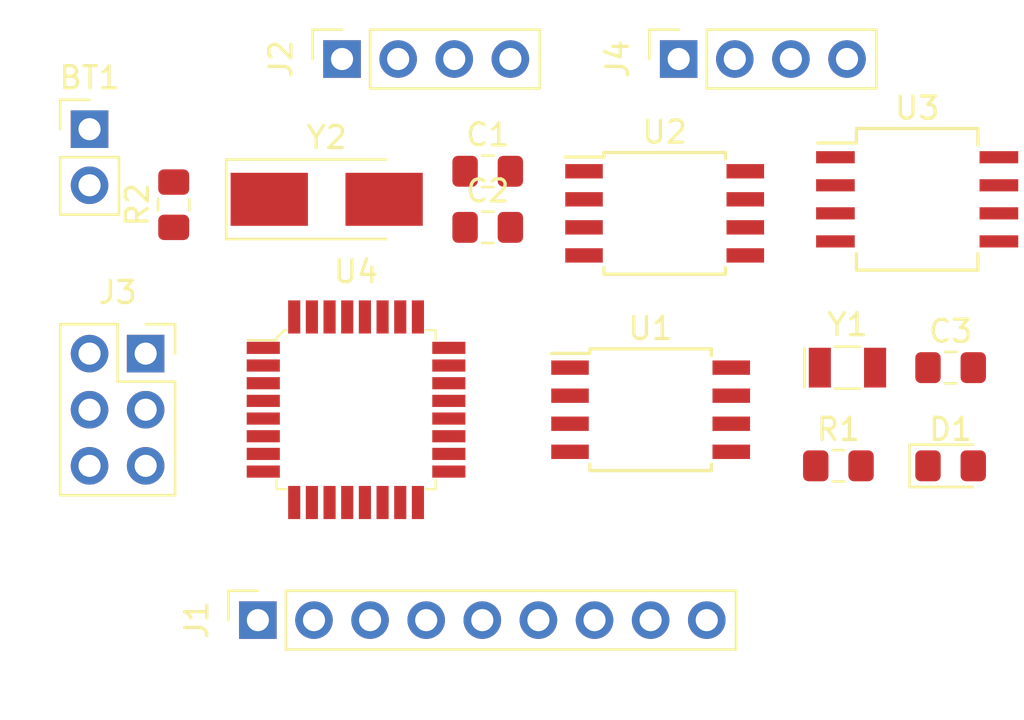
<source format=kicad_pcb>
(kicad_pcb (version 20171130) (host pcbnew "(5.1.5)-3")

  (general
    (thickness 1.6)
    (drawings 0)
    (tracks 0)
    (zones 0)
    (modules 17)
    (nets 32)
  )

  (page USLetter)
  (title_block
    (title "Arduino Clone")
    (date 2020-04-06)
    (rev v1)
    (company Falkon)
    (comment 1 "Adam Falkowski")
  )

  (layers
    (0 F.Cu signal)
    (31 B.Cu signal)
    (32 B.Adhes user)
    (33 F.Adhes user)
    (34 B.Paste user)
    (35 F.Paste user)
    (36 B.SilkS user)
    (37 F.SilkS user)
    (38 B.Mask user)
    (39 F.Mask user)
    (40 Dwgs.User user)
    (41 Cmts.User user)
    (42 Eco1.User user)
    (43 Eco2.User user)
    (44 Edge.Cuts user)
    (45 Margin user)
    (46 B.CrtYd user)
    (47 F.CrtYd user)
    (48 B.Fab user)
    (49 F.Fab user)
  )

  (setup
    (last_trace_width 0.25)
    (user_trace_width 0.3)
    (trace_clearance 0.2)
    (zone_clearance 0.508)
    (zone_45_only no)
    (trace_min 0.2)
    (via_size 0.8)
    (via_drill 0.4)
    (via_min_size 0.4)
    (via_min_drill 0.3)
    (user_via 1 0.6)
    (uvia_size 0.3)
    (uvia_drill 0.1)
    (uvias_allowed no)
    (uvia_min_size 0.2)
    (uvia_min_drill 0.1)
    (edge_width 0.05)
    (segment_width 0.2)
    (pcb_text_width 0.3)
    (pcb_text_size 1.5 1.5)
    (mod_edge_width 0.12)
    (mod_text_size 1 1)
    (mod_text_width 0.15)
    (pad_size 1.524 1.524)
    (pad_drill 0.762)
    (pad_to_mask_clearance 0.051)
    (solder_mask_min_width 0.25)
    (aux_axis_origin 0 0)
    (visible_elements FFFFFF7F)
    (pcbplotparams
      (layerselection 0x010fc_ffffffff)
      (usegerberextensions false)
      (usegerberattributes false)
      (usegerberadvancedattributes false)
      (creategerberjobfile false)
      (excludeedgelayer true)
      (linewidth 0.100000)
      (plotframeref false)
      (viasonmask false)
      (mode 1)
      (useauxorigin false)
      (hpglpennumber 1)
      (hpglpenspeed 20)
      (hpglpendiameter 15.000000)
      (psnegative false)
      (psa4output false)
      (plotreference true)
      (plotvalue true)
      (plotinvisibletext false)
      (padsonsilk false)
      (subtractmaskfromsilk false)
      (outputformat 1)
      (mirror false)
      (drillshape 1)
      (scaleselection 1)
      (outputdirectory ""))
  )

  (net 0 "")
  (net 1 /Vcc)
  (net 2 GNDPWR)
  (net 3 "Net-(C1-Pad2)")
  (net 4 "Net-(C2-Pad2)")
  (net 5 "Net-(D1-Pad1)")
  (net 6 /SCK)
  (net 7 /D2)
  (net 8 /D3)
  (net 9 /D4)
  (net 10 /D5)
  (net 11 /D6)
  (net 12 /D7)
  (net 13 /D8)
  (net 14 /Rx)
  (net 15 /Tx)
  (net 16 /MISO)
  (net 17 /MOSI)
  (net 18 /RESET)
  (net 19 /SDA)
  (net 20 /ADDS1)
  (net 21 /ADDS2)
  (net 22 "Net-(U3-Pad1)")
  (net 23 "Net-(U3-Pad2)")
  (net 24 "Net-(U3-Pad7)")
  (net 25 "Net-(U4-Pad13)")
  (net 26 "Net-(U4-Pad14)")
  (net 27 "Net-(U4-Pad19)")
  (net 28 "Net-(U4-Pad22)")
  (net 29 "Net-(U4-Pad25)")
  (net 30 "Net-(U4-Pad26)")
  (net 31 "Net-(U4-Pad28)")

  (net_class Default "This is the default net class."
    (clearance 0.2)
    (trace_width 0.25)
    (via_dia 0.8)
    (via_drill 0.4)
    (uvia_dia 0.3)
    (uvia_drill 0.1)
    (add_net /ADDS1)
    (add_net /ADDS2)
    (add_net /D2)
    (add_net /D3)
    (add_net /D4)
    (add_net /D5)
    (add_net /D6)
    (add_net /D7)
    (add_net /D8)
    (add_net /MISO)
    (add_net /MOSI)
    (add_net /RESET)
    (add_net /Rx)
    (add_net /SCK)
    (add_net /SDA)
    (add_net /Tx)
    (add_net "Net-(C1-Pad2)")
    (add_net "Net-(C2-Pad2)")
    (add_net "Net-(D1-Pad1)")
    (add_net "Net-(U3-Pad1)")
    (add_net "Net-(U3-Pad2)")
    (add_net "Net-(U3-Pad7)")
    (add_net "Net-(U4-Pad13)")
    (add_net "Net-(U4-Pad14)")
    (add_net "Net-(U4-Pad19)")
    (add_net "Net-(U4-Pad22)")
    (add_net "Net-(U4-Pad25)")
    (add_net "Net-(U4-Pad26)")
    (add_net "Net-(U4-Pad28)")
  )

  (net_class Power ""
    (clearance 0.2)
    (trace_width 0.3)
    (via_dia 1)
    (via_drill 0.6)
    (uvia_dia 0.3)
    (uvia_drill 0.1)
    (add_net /Vcc)
    (add_net GNDPWR)
  )

  (module Connector_PinHeader_2.54mm:PinHeader_1x02_P2.54mm_Vertical (layer F.Cu) (tedit 59FED5CC) (tstamp 5E8BCFF6)
    (at 83.82 83.82)
    (descr "Through hole straight pin header, 1x02, 2.54mm pitch, single row")
    (tags "Through hole pin header THT 1x02 2.54mm single row")
    (path /5E929089)
    (fp_text reference BT1 (at 0 -2.33) (layer F.SilkS)
      (effects (font (size 1 1) (thickness 0.15)))
    )
    (fp_text value "Battery 3V" (at 0 4.87) (layer F.Fab)
      (effects (font (size 1 1) (thickness 0.15)))
    )
    (fp_line (start -0.635 -1.27) (end 1.27 -1.27) (layer F.Fab) (width 0.1))
    (fp_line (start 1.27 -1.27) (end 1.27 3.81) (layer F.Fab) (width 0.1))
    (fp_line (start 1.27 3.81) (end -1.27 3.81) (layer F.Fab) (width 0.1))
    (fp_line (start -1.27 3.81) (end -1.27 -0.635) (layer F.Fab) (width 0.1))
    (fp_line (start -1.27 -0.635) (end -0.635 -1.27) (layer F.Fab) (width 0.1))
    (fp_line (start -1.33 3.87) (end 1.33 3.87) (layer F.SilkS) (width 0.12))
    (fp_line (start -1.33 1.27) (end -1.33 3.87) (layer F.SilkS) (width 0.12))
    (fp_line (start 1.33 1.27) (end 1.33 3.87) (layer F.SilkS) (width 0.12))
    (fp_line (start -1.33 1.27) (end 1.33 1.27) (layer F.SilkS) (width 0.12))
    (fp_line (start -1.33 0) (end -1.33 -1.33) (layer F.SilkS) (width 0.12))
    (fp_line (start -1.33 -1.33) (end 0 -1.33) (layer F.SilkS) (width 0.12))
    (fp_line (start -1.8 -1.8) (end -1.8 4.35) (layer F.CrtYd) (width 0.05))
    (fp_line (start -1.8 4.35) (end 1.8 4.35) (layer F.CrtYd) (width 0.05))
    (fp_line (start 1.8 4.35) (end 1.8 -1.8) (layer F.CrtYd) (width 0.05))
    (fp_line (start 1.8 -1.8) (end -1.8 -1.8) (layer F.CrtYd) (width 0.05))
    (fp_text user %R (at 0 1.27 90) (layer F.Fab)
      (effects (font (size 1 1) (thickness 0.15)))
    )
    (pad 1 thru_hole rect (at 0 0) (size 1.7 1.7) (drill 1) (layers *.Cu *.Mask)
      (net 1 /Vcc))
    (pad 2 thru_hole oval (at 0 2.54) (size 1.7 1.7) (drill 1) (layers *.Cu *.Mask)
      (net 2 GNDPWR))
    (model ${KISYS3DMOD}/Connector_PinHeader_2.54mm.3dshapes/PinHeader_1x02_P2.54mm_Vertical.wrl
      (at (xyz 0 0 0))
      (scale (xyz 1 1 1))
      (rotate (xyz 0 0 0))
    )
  )

  (module Capacitor_SMD:C_0805_2012Metric_Pad1.15x1.40mm_HandSolder (layer F.Cu) (tedit 5B36C52B) (tstamp 5E8BD007)
    (at 101.845 85.725)
    (descr "Capacitor SMD 0805 (2012 Metric), square (rectangular) end terminal, IPC_7351 nominal with elongated pad for handsoldering. (Body size source: https://docs.google.com/spreadsheets/d/1BsfQQcO9C6DZCsRaXUlFlo91Tg2WpOkGARC1WS5S8t0/edit?usp=sharing), generated with kicad-footprint-generator")
    (tags "capacitor handsolder")
    (path /5E8CCB16)
    (attr smd)
    (fp_text reference C1 (at 0 -1.65) (layer F.SilkS)
      (effects (font (size 1 1) (thickness 0.15)))
    )
    (fp_text value 22pF (at 0 1.65) (layer F.Fab)
      (effects (font (size 1 1) (thickness 0.15)))
    )
    (fp_line (start -1 0.6) (end -1 -0.6) (layer F.Fab) (width 0.1))
    (fp_line (start -1 -0.6) (end 1 -0.6) (layer F.Fab) (width 0.1))
    (fp_line (start 1 -0.6) (end 1 0.6) (layer F.Fab) (width 0.1))
    (fp_line (start 1 0.6) (end -1 0.6) (layer F.Fab) (width 0.1))
    (fp_line (start -0.261252 -0.71) (end 0.261252 -0.71) (layer F.SilkS) (width 0.12))
    (fp_line (start -0.261252 0.71) (end 0.261252 0.71) (layer F.SilkS) (width 0.12))
    (fp_line (start -1.85 0.95) (end -1.85 -0.95) (layer F.CrtYd) (width 0.05))
    (fp_line (start -1.85 -0.95) (end 1.85 -0.95) (layer F.CrtYd) (width 0.05))
    (fp_line (start 1.85 -0.95) (end 1.85 0.95) (layer F.CrtYd) (width 0.05))
    (fp_line (start 1.85 0.95) (end -1.85 0.95) (layer F.CrtYd) (width 0.05))
    (fp_text user %R (at 0 0) (layer F.Fab)
      (effects (font (size 0.5 0.5) (thickness 0.08)))
    )
    (pad 1 smd roundrect (at -1.025 0) (size 1.15 1.4) (layers F.Cu F.Paste F.Mask) (roundrect_rratio 0.217391)
      (net 2 GNDPWR))
    (pad 2 smd roundrect (at 1.025 0) (size 1.15 1.4) (layers F.Cu F.Paste F.Mask) (roundrect_rratio 0.217391)
      (net 3 "Net-(C1-Pad2)"))
    (model ${KISYS3DMOD}/Capacitor_SMD.3dshapes/C_0805_2012Metric.wrl
      (at (xyz 0 0 0))
      (scale (xyz 1 1 1))
      (rotate (xyz 0 0 0))
    )
  )

  (module Capacitor_SMD:C_0805_2012Metric_Pad1.15x1.40mm_HandSolder (layer F.Cu) (tedit 5B36C52B) (tstamp 5E8BD018)
    (at 101.845 88.265)
    (descr "Capacitor SMD 0805 (2012 Metric), square (rectangular) end terminal, IPC_7351 nominal with elongated pad for handsoldering. (Body size source: https://docs.google.com/spreadsheets/d/1BsfQQcO9C6DZCsRaXUlFlo91Tg2WpOkGARC1WS5S8t0/edit?usp=sharing), generated with kicad-footprint-generator")
    (tags "capacitor handsolder")
    (path /5E8CD3D9)
    (attr smd)
    (fp_text reference C2 (at 0 -1.65) (layer F.SilkS)
      (effects (font (size 1 1) (thickness 0.15)))
    )
    (fp_text value 22pF (at 0 1.65) (layer F.Fab)
      (effects (font (size 1 1) (thickness 0.15)))
    )
    (fp_text user %R (at 0 0) (layer F.Fab)
      (effects (font (size 0.5 0.5) (thickness 0.08)))
    )
    (fp_line (start 1.85 0.95) (end -1.85 0.95) (layer F.CrtYd) (width 0.05))
    (fp_line (start 1.85 -0.95) (end 1.85 0.95) (layer F.CrtYd) (width 0.05))
    (fp_line (start -1.85 -0.95) (end 1.85 -0.95) (layer F.CrtYd) (width 0.05))
    (fp_line (start -1.85 0.95) (end -1.85 -0.95) (layer F.CrtYd) (width 0.05))
    (fp_line (start -0.261252 0.71) (end 0.261252 0.71) (layer F.SilkS) (width 0.12))
    (fp_line (start -0.261252 -0.71) (end 0.261252 -0.71) (layer F.SilkS) (width 0.12))
    (fp_line (start 1 0.6) (end -1 0.6) (layer F.Fab) (width 0.1))
    (fp_line (start 1 -0.6) (end 1 0.6) (layer F.Fab) (width 0.1))
    (fp_line (start -1 -0.6) (end 1 -0.6) (layer F.Fab) (width 0.1))
    (fp_line (start -1 0.6) (end -1 -0.6) (layer F.Fab) (width 0.1))
    (pad 2 smd roundrect (at 1.025 0) (size 1.15 1.4) (layers F.Cu F.Paste F.Mask) (roundrect_rratio 0.217391)
      (net 4 "Net-(C2-Pad2)"))
    (pad 1 smd roundrect (at -1.025 0) (size 1.15 1.4) (layers F.Cu F.Paste F.Mask) (roundrect_rratio 0.217391)
      (net 2 GNDPWR))
    (model ${KISYS3DMOD}/Capacitor_SMD.3dshapes/C_0805_2012Metric.wrl
      (at (xyz 0 0 0))
      (scale (xyz 1 1 1))
      (rotate (xyz 0 0 0))
    )
  )

  (module Capacitor_SMD:C_0805_2012Metric_Pad1.15x1.40mm_HandSolder (layer F.Cu) (tedit 5B36C52B) (tstamp 5E8BD029)
    (at 122.8 94.615)
    (descr "Capacitor SMD 0805 (2012 Metric), square (rectangular) end terminal, IPC_7351 nominal with elongated pad for handsoldering. (Body size source: https://docs.google.com/spreadsheets/d/1BsfQQcO9C6DZCsRaXUlFlo91Tg2WpOkGARC1WS5S8t0/edit?usp=sharing), generated with kicad-footprint-generator")
    (tags "capacitor handsolder")
    (path /5E928BB4)
    (attr smd)
    (fp_text reference C3 (at 0 -1.65) (layer F.SilkS)
      (effects (font (size 1 1) (thickness 0.15)))
    )
    (fp_text value 10uF (at 0 1.65) (layer F.Fab)
      (effects (font (size 1 1) (thickness 0.15)))
    )
    (fp_line (start -1 0.6) (end -1 -0.6) (layer F.Fab) (width 0.1))
    (fp_line (start -1 -0.6) (end 1 -0.6) (layer F.Fab) (width 0.1))
    (fp_line (start 1 -0.6) (end 1 0.6) (layer F.Fab) (width 0.1))
    (fp_line (start 1 0.6) (end -1 0.6) (layer F.Fab) (width 0.1))
    (fp_line (start -0.261252 -0.71) (end 0.261252 -0.71) (layer F.SilkS) (width 0.12))
    (fp_line (start -0.261252 0.71) (end 0.261252 0.71) (layer F.SilkS) (width 0.12))
    (fp_line (start -1.85 0.95) (end -1.85 -0.95) (layer F.CrtYd) (width 0.05))
    (fp_line (start -1.85 -0.95) (end 1.85 -0.95) (layer F.CrtYd) (width 0.05))
    (fp_line (start 1.85 -0.95) (end 1.85 0.95) (layer F.CrtYd) (width 0.05))
    (fp_line (start 1.85 0.95) (end -1.85 0.95) (layer F.CrtYd) (width 0.05))
    (fp_text user %R (at 0 0) (layer F.Fab)
      (effects (font (size 0.5 0.5) (thickness 0.08)))
    )
    (pad 1 smd roundrect (at -1.025 0) (size 1.15 1.4) (layers F.Cu F.Paste F.Mask) (roundrect_rratio 0.217391)
      (net 1 /Vcc))
    (pad 2 smd roundrect (at 1.025 0) (size 1.15 1.4) (layers F.Cu F.Paste F.Mask) (roundrect_rratio 0.217391)
      (net 2 GNDPWR))
    (model ${KISYS3DMOD}/Capacitor_SMD.3dshapes/C_0805_2012Metric.wrl
      (at (xyz 0 0 0))
      (scale (xyz 1 1 1))
      (rotate (xyz 0 0 0))
    )
  )

  (module LED_SMD:LED_0805_2012Metric_Pad1.15x1.40mm_HandSolder (layer F.Cu) (tedit 5B4B45C9) (tstamp 5E8BD03C)
    (at 122.8 99.06)
    (descr "LED SMD 0805 (2012 Metric), square (rectangular) end terminal, IPC_7351 nominal, (Body size source: https://docs.google.com/spreadsheets/d/1BsfQQcO9C6DZCsRaXUlFlo91Tg2WpOkGARC1WS5S8t0/edit?usp=sharing), generated with kicad-footprint-generator")
    (tags "LED handsolder")
    (path /5E8CE1F4)
    (attr smd)
    (fp_text reference D1 (at 0 -1.65) (layer F.SilkS)
      (effects (font (size 1 1) (thickness 0.15)))
    )
    (fp_text value LED (at 0 1.65) (layer F.Fab)
      (effects (font (size 1 1) (thickness 0.15)))
    )
    (fp_line (start 1 -0.6) (end -0.7 -0.6) (layer F.Fab) (width 0.1))
    (fp_line (start -0.7 -0.6) (end -1 -0.3) (layer F.Fab) (width 0.1))
    (fp_line (start -1 -0.3) (end -1 0.6) (layer F.Fab) (width 0.1))
    (fp_line (start -1 0.6) (end 1 0.6) (layer F.Fab) (width 0.1))
    (fp_line (start 1 0.6) (end 1 -0.6) (layer F.Fab) (width 0.1))
    (fp_line (start 1 -0.96) (end -1.86 -0.96) (layer F.SilkS) (width 0.12))
    (fp_line (start -1.86 -0.96) (end -1.86 0.96) (layer F.SilkS) (width 0.12))
    (fp_line (start -1.86 0.96) (end 1 0.96) (layer F.SilkS) (width 0.12))
    (fp_line (start -1.85 0.95) (end -1.85 -0.95) (layer F.CrtYd) (width 0.05))
    (fp_line (start -1.85 -0.95) (end 1.85 -0.95) (layer F.CrtYd) (width 0.05))
    (fp_line (start 1.85 -0.95) (end 1.85 0.95) (layer F.CrtYd) (width 0.05))
    (fp_line (start 1.85 0.95) (end -1.85 0.95) (layer F.CrtYd) (width 0.05))
    (fp_text user %R (at 0 0) (layer F.Fab)
      (effects (font (size 0.5 0.5) (thickness 0.08)))
    )
    (pad 1 smd roundrect (at -1.025 0) (size 1.15 1.4) (layers F.Cu F.Paste F.Mask) (roundrect_rratio 0.217391)
      (net 5 "Net-(D1-Pad1)"))
    (pad 2 smd roundrect (at 1.025 0) (size 1.15 1.4) (layers F.Cu F.Paste F.Mask) (roundrect_rratio 0.217391)
      (net 6 /SCK))
    (model ${KISYS3DMOD}/LED_SMD.3dshapes/LED_0805_2012Metric.wrl
      (at (xyz 0 0 0))
      (scale (xyz 1 1 1))
      (rotate (xyz 0 0 0))
    )
  )

  (module Connector_PinSocket_2.54mm:PinSocket_1x09_P2.54mm_Vertical (layer F.Cu) (tedit 5A19A431) (tstamp 5E8BD059)
    (at 91.44 106.045 90)
    (descr "Through hole straight socket strip, 1x09, 2.54mm pitch, single row (from Kicad 4.0.7), script generated")
    (tags "Through hole socket strip THT 1x09 2.54mm single row")
    (path /5E8D09E0/5E8D1351)
    (fp_text reference J1 (at 0 -2.77 90) (layer F.SilkS)
      (effects (font (size 1 1) (thickness 0.15)))
    )
    (fp_text value "Digital Pins" (at 0 23.09 90) (layer F.Fab)
      (effects (font (size 1 1) (thickness 0.15)))
    )
    (fp_line (start -1.27 -1.27) (end 0.635 -1.27) (layer F.Fab) (width 0.1))
    (fp_line (start 0.635 -1.27) (end 1.27 -0.635) (layer F.Fab) (width 0.1))
    (fp_line (start 1.27 -0.635) (end 1.27 21.59) (layer F.Fab) (width 0.1))
    (fp_line (start 1.27 21.59) (end -1.27 21.59) (layer F.Fab) (width 0.1))
    (fp_line (start -1.27 21.59) (end -1.27 -1.27) (layer F.Fab) (width 0.1))
    (fp_line (start -1.33 1.27) (end 1.33 1.27) (layer F.SilkS) (width 0.12))
    (fp_line (start -1.33 1.27) (end -1.33 21.65) (layer F.SilkS) (width 0.12))
    (fp_line (start -1.33 21.65) (end 1.33 21.65) (layer F.SilkS) (width 0.12))
    (fp_line (start 1.33 1.27) (end 1.33 21.65) (layer F.SilkS) (width 0.12))
    (fp_line (start 1.33 -1.33) (end 1.33 0) (layer F.SilkS) (width 0.12))
    (fp_line (start 0 -1.33) (end 1.33 -1.33) (layer F.SilkS) (width 0.12))
    (fp_line (start -1.8 -1.8) (end 1.75 -1.8) (layer F.CrtYd) (width 0.05))
    (fp_line (start 1.75 -1.8) (end 1.75 22.1) (layer F.CrtYd) (width 0.05))
    (fp_line (start 1.75 22.1) (end -1.8 22.1) (layer F.CrtYd) (width 0.05))
    (fp_line (start -1.8 22.1) (end -1.8 -1.8) (layer F.CrtYd) (width 0.05))
    (fp_text user %R (at 0 10.16) (layer F.Fab)
      (effects (font (size 1 1) (thickness 0.15)))
    )
    (pad 1 thru_hole rect (at 0 0 90) (size 1.7 1.7) (drill 1) (layers *.Cu *.Mask)
      (net 7 /D2))
    (pad 2 thru_hole oval (at 0 2.54 90) (size 1.7 1.7) (drill 1) (layers *.Cu *.Mask)
      (net 8 /D3))
    (pad 3 thru_hole oval (at 0 5.08 90) (size 1.7 1.7) (drill 1) (layers *.Cu *.Mask)
      (net 9 /D4))
    (pad 4 thru_hole oval (at 0 7.62 90) (size 1.7 1.7) (drill 1) (layers *.Cu *.Mask)
      (net 10 /D5))
    (pad 5 thru_hole oval (at 0 10.16 90) (size 1.7 1.7) (drill 1) (layers *.Cu *.Mask)
      (net 11 /D6))
    (pad 6 thru_hole oval (at 0 12.7 90) (size 1.7 1.7) (drill 1) (layers *.Cu *.Mask)
      (net 12 /D7))
    (pad 7 thru_hole oval (at 0 15.24 90) (size 1.7 1.7) (drill 1) (layers *.Cu *.Mask)
      (net 13 /D8))
    (pad 8 thru_hole oval (at 0 17.78 90) (size 1.7 1.7) (drill 1) (layers *.Cu *.Mask)
      (net 2 GNDPWR))
    (pad 9 thru_hole oval (at 0 20.32 90) (size 1.7 1.7) (drill 1) (layers *.Cu *.Mask)
      (net 1 /Vcc))
    (model ${KISYS3DMOD}/Connector_PinSocket_2.54mm.3dshapes/PinSocket_1x09_P2.54mm_Vertical.wrl
      (at (xyz 0 0 0))
      (scale (xyz 1 1 1))
      (rotate (xyz 0 0 0))
    )
  )

  (module Connector_PinSocket_2.54mm:PinSocket_1x04_P2.54mm_Vertical (layer F.Cu) (tedit 5A19A429) (tstamp 5E8BD071)
    (at 95.25 80.645 90)
    (descr "Through hole straight socket strip, 1x04, 2.54mm pitch, single row (from Kicad 4.0.7), script generated")
    (tags "Through hole socket strip THT 1x04 2.54mm single row")
    (path /5E8D09E0/5E8D3C74)
    (fp_text reference J2 (at 0 -2.77 90) (layer F.SilkS)
      (effects (font (size 1 1) (thickness 0.15)))
    )
    (fp_text value "Serial " (at 0 10.39 90) (layer F.Fab)
      (effects (font (size 1 1) (thickness 0.15)))
    )
    (fp_line (start -1.27 -1.27) (end 0.635 -1.27) (layer F.Fab) (width 0.1))
    (fp_line (start 0.635 -1.27) (end 1.27 -0.635) (layer F.Fab) (width 0.1))
    (fp_line (start 1.27 -0.635) (end 1.27 8.89) (layer F.Fab) (width 0.1))
    (fp_line (start 1.27 8.89) (end -1.27 8.89) (layer F.Fab) (width 0.1))
    (fp_line (start -1.27 8.89) (end -1.27 -1.27) (layer F.Fab) (width 0.1))
    (fp_line (start -1.33 1.27) (end 1.33 1.27) (layer F.SilkS) (width 0.12))
    (fp_line (start -1.33 1.27) (end -1.33 8.95) (layer F.SilkS) (width 0.12))
    (fp_line (start -1.33 8.95) (end 1.33 8.95) (layer F.SilkS) (width 0.12))
    (fp_line (start 1.33 1.27) (end 1.33 8.95) (layer F.SilkS) (width 0.12))
    (fp_line (start 1.33 -1.33) (end 1.33 0) (layer F.SilkS) (width 0.12))
    (fp_line (start 0 -1.33) (end 1.33 -1.33) (layer F.SilkS) (width 0.12))
    (fp_line (start -1.8 -1.8) (end 1.75 -1.8) (layer F.CrtYd) (width 0.05))
    (fp_line (start 1.75 -1.8) (end 1.75 9.4) (layer F.CrtYd) (width 0.05))
    (fp_line (start 1.75 9.4) (end -1.8 9.4) (layer F.CrtYd) (width 0.05))
    (fp_line (start -1.8 9.4) (end -1.8 -1.8) (layer F.CrtYd) (width 0.05))
    (fp_text user %R (at 0 3.81) (layer F.Fab)
      (effects (font (size 1 1) (thickness 0.15)))
    )
    (pad 1 thru_hole rect (at 0 0 90) (size 1.7 1.7) (drill 1) (layers *.Cu *.Mask)
      (net 2 GNDPWR))
    (pad 2 thru_hole oval (at 0 2.54 90) (size 1.7 1.7) (drill 1) (layers *.Cu *.Mask)
      (net 1 /Vcc))
    (pad 3 thru_hole oval (at 0 5.08 90) (size 1.7 1.7) (drill 1) (layers *.Cu *.Mask)
      (net 14 /Rx))
    (pad 4 thru_hole oval (at 0 7.62 90) (size 1.7 1.7) (drill 1) (layers *.Cu *.Mask)
      (net 15 /Tx))
    (model ${KISYS3DMOD}/Connector_PinSocket_2.54mm.3dshapes/PinSocket_1x04_P2.54mm_Vertical.wrl
      (at (xyz 0 0 0))
      (scale (xyz 1 1 1))
      (rotate (xyz 0 0 0))
    )
  )

  (module Connector_PinSocket_2.54mm:PinSocket_2x03_P2.54mm_Vertical (layer F.Cu) (tedit 5A19A425) (tstamp 5E8BD08D)
    (at 86.36 93.98)
    (descr "Through hole straight socket strip, 2x03, 2.54mm pitch, double cols (from Kicad 4.0.7), script generated")
    (tags "Through hole socket strip THT 2x03 2.54mm double row")
    (path /5E8D09E0/5E8D3116)
    (fp_text reference J3 (at -1.27 -2.77) (layer F.SilkS)
      (effects (font (size 1 1) (thickness 0.15)))
    )
    (fp_text value ICSP (at -1.27 7.85) (layer F.Fab)
      (effects (font (size 1 1) (thickness 0.15)))
    )
    (fp_line (start -3.81 -1.27) (end 0.27 -1.27) (layer F.Fab) (width 0.1))
    (fp_line (start 0.27 -1.27) (end 1.27 -0.27) (layer F.Fab) (width 0.1))
    (fp_line (start 1.27 -0.27) (end 1.27 6.35) (layer F.Fab) (width 0.1))
    (fp_line (start 1.27 6.35) (end -3.81 6.35) (layer F.Fab) (width 0.1))
    (fp_line (start -3.81 6.35) (end -3.81 -1.27) (layer F.Fab) (width 0.1))
    (fp_line (start -3.87 -1.33) (end -1.27 -1.33) (layer F.SilkS) (width 0.12))
    (fp_line (start -3.87 -1.33) (end -3.87 6.41) (layer F.SilkS) (width 0.12))
    (fp_line (start -3.87 6.41) (end 1.33 6.41) (layer F.SilkS) (width 0.12))
    (fp_line (start 1.33 1.27) (end 1.33 6.41) (layer F.SilkS) (width 0.12))
    (fp_line (start -1.27 1.27) (end 1.33 1.27) (layer F.SilkS) (width 0.12))
    (fp_line (start -1.27 -1.33) (end -1.27 1.27) (layer F.SilkS) (width 0.12))
    (fp_line (start 1.33 -1.33) (end 1.33 0) (layer F.SilkS) (width 0.12))
    (fp_line (start 0 -1.33) (end 1.33 -1.33) (layer F.SilkS) (width 0.12))
    (fp_line (start -4.34 -1.8) (end 1.76 -1.8) (layer F.CrtYd) (width 0.05))
    (fp_line (start 1.76 -1.8) (end 1.76 6.85) (layer F.CrtYd) (width 0.05))
    (fp_line (start 1.76 6.85) (end -4.34 6.85) (layer F.CrtYd) (width 0.05))
    (fp_line (start -4.34 6.85) (end -4.34 -1.8) (layer F.CrtYd) (width 0.05))
    (fp_text user %R (at -1.27 2.54 90) (layer F.Fab)
      (effects (font (size 1 1) (thickness 0.15)))
    )
    (pad 1 thru_hole rect (at 0 0) (size 1.7 1.7) (drill 1) (layers *.Cu *.Mask)
      (net 16 /MISO))
    (pad 2 thru_hole oval (at -2.54 0) (size 1.7 1.7) (drill 1) (layers *.Cu *.Mask)
      (net 1 /Vcc))
    (pad 3 thru_hole oval (at 0 2.54) (size 1.7 1.7) (drill 1) (layers *.Cu *.Mask)
      (net 6 /SCK))
    (pad 4 thru_hole oval (at -2.54 2.54) (size 1.7 1.7) (drill 1) (layers *.Cu *.Mask)
      (net 17 /MOSI))
    (pad 5 thru_hole oval (at 0 5.08) (size 1.7 1.7) (drill 1) (layers *.Cu *.Mask)
      (net 18 /RESET))
    (pad 6 thru_hole oval (at -2.54 5.08) (size 1.7 1.7) (drill 1) (layers *.Cu *.Mask)
      (net 2 GNDPWR))
    (model ${KISYS3DMOD}/Connector_PinSocket_2.54mm.3dshapes/PinSocket_2x03_P2.54mm_Vertical.wrl
      (at (xyz 0 0 0))
      (scale (xyz 1 1 1))
      (rotate (xyz 0 0 0))
    )
  )

  (module Connector_PinSocket_2.54mm:PinSocket_1x04_P2.54mm_Vertical (layer F.Cu) (tedit 5A19A429) (tstamp 5E8BD0A5)
    (at 110.49 80.645 90)
    (descr "Through hole straight socket strip, 1x04, 2.54mm pitch, single row (from Kicad 4.0.7), script generated")
    (tags "Through hole socket strip THT 1x04 2.54mm single row")
    (path /5E8D09E0/5E8D218F)
    (fp_text reference J4 (at 0 -2.77 90) (layer F.SilkS)
      (effects (font (size 1 1) (thickness 0.15)))
    )
    (fp_text value I2C (at 0 10.39 90) (layer F.Fab)
      (effects (font (size 1 1) (thickness 0.15)))
    )
    (fp_text user %R (at 0 3.81) (layer F.Fab)
      (effects (font (size 1 1) (thickness 0.15)))
    )
    (fp_line (start -1.8 9.4) (end -1.8 -1.8) (layer F.CrtYd) (width 0.05))
    (fp_line (start 1.75 9.4) (end -1.8 9.4) (layer F.CrtYd) (width 0.05))
    (fp_line (start 1.75 -1.8) (end 1.75 9.4) (layer F.CrtYd) (width 0.05))
    (fp_line (start -1.8 -1.8) (end 1.75 -1.8) (layer F.CrtYd) (width 0.05))
    (fp_line (start 0 -1.33) (end 1.33 -1.33) (layer F.SilkS) (width 0.12))
    (fp_line (start 1.33 -1.33) (end 1.33 0) (layer F.SilkS) (width 0.12))
    (fp_line (start 1.33 1.27) (end 1.33 8.95) (layer F.SilkS) (width 0.12))
    (fp_line (start -1.33 8.95) (end 1.33 8.95) (layer F.SilkS) (width 0.12))
    (fp_line (start -1.33 1.27) (end -1.33 8.95) (layer F.SilkS) (width 0.12))
    (fp_line (start -1.33 1.27) (end 1.33 1.27) (layer F.SilkS) (width 0.12))
    (fp_line (start -1.27 8.89) (end -1.27 -1.27) (layer F.Fab) (width 0.1))
    (fp_line (start 1.27 8.89) (end -1.27 8.89) (layer F.Fab) (width 0.1))
    (fp_line (start 1.27 -0.635) (end 1.27 8.89) (layer F.Fab) (width 0.1))
    (fp_line (start 0.635 -1.27) (end 1.27 -0.635) (layer F.Fab) (width 0.1))
    (fp_line (start -1.27 -1.27) (end 0.635 -1.27) (layer F.Fab) (width 0.1))
    (pad 4 thru_hole oval (at 0 7.62 90) (size 1.7 1.7) (drill 1) (layers *.Cu *.Mask)
      (net 6 /SCK))
    (pad 3 thru_hole oval (at 0 5.08 90) (size 1.7 1.7) (drill 1) (layers *.Cu *.Mask)
      (net 19 /SDA))
    (pad 2 thru_hole oval (at 0 2.54 90) (size 1.7 1.7) (drill 1) (layers *.Cu *.Mask)
      (net 1 /Vcc))
    (pad 1 thru_hole rect (at 0 0 90) (size 1.7 1.7) (drill 1) (layers *.Cu *.Mask)
      (net 2 GNDPWR))
    (model ${KISYS3DMOD}/Connector_PinSocket_2.54mm.3dshapes/PinSocket_1x04_P2.54mm_Vertical.wrl
      (at (xyz 0 0 0))
      (scale (xyz 1 1 1))
      (rotate (xyz 0 0 0))
    )
  )

  (module Resistor_SMD:R_0805_2012Metric_Pad1.15x1.40mm_HandSolder (layer F.Cu) (tedit 5B36C52B) (tstamp 5E8BD0B6)
    (at 117.72 99.06)
    (descr "Resistor SMD 0805 (2012 Metric), square (rectangular) end terminal, IPC_7351 nominal with elongated pad for handsoldering. (Body size source: https://docs.google.com/spreadsheets/d/1BsfQQcO9C6DZCsRaXUlFlo91Tg2WpOkGARC1WS5S8t0/edit?usp=sharing), generated with kicad-footprint-generator")
    (tags "resistor handsolder")
    (path /5E8CECF6)
    (attr smd)
    (fp_text reference R1 (at 0 -1.65) (layer F.SilkS)
      (effects (font (size 1 1) (thickness 0.15)))
    )
    (fp_text value 330Ohms (at 0 1.65) (layer F.Fab)
      (effects (font (size 1 1) (thickness 0.15)))
    )
    (fp_line (start -1 0.6) (end -1 -0.6) (layer F.Fab) (width 0.1))
    (fp_line (start -1 -0.6) (end 1 -0.6) (layer F.Fab) (width 0.1))
    (fp_line (start 1 -0.6) (end 1 0.6) (layer F.Fab) (width 0.1))
    (fp_line (start 1 0.6) (end -1 0.6) (layer F.Fab) (width 0.1))
    (fp_line (start -0.261252 -0.71) (end 0.261252 -0.71) (layer F.SilkS) (width 0.12))
    (fp_line (start -0.261252 0.71) (end 0.261252 0.71) (layer F.SilkS) (width 0.12))
    (fp_line (start -1.85 0.95) (end -1.85 -0.95) (layer F.CrtYd) (width 0.05))
    (fp_line (start -1.85 -0.95) (end 1.85 -0.95) (layer F.CrtYd) (width 0.05))
    (fp_line (start 1.85 -0.95) (end 1.85 0.95) (layer F.CrtYd) (width 0.05))
    (fp_line (start 1.85 0.95) (end -1.85 0.95) (layer F.CrtYd) (width 0.05))
    (fp_text user %R (at 0 0) (layer F.Fab)
      (effects (font (size 0.5 0.5) (thickness 0.08)))
    )
    (pad 1 smd roundrect (at -1.025 0) (size 1.15 1.4) (layers F.Cu F.Paste F.Mask) (roundrect_rratio 0.217391)
      (net 5 "Net-(D1-Pad1)"))
    (pad 2 smd roundrect (at 1.025 0) (size 1.15 1.4) (layers F.Cu F.Paste F.Mask) (roundrect_rratio 0.217391)
      (net 2 GNDPWR))
    (model ${KISYS3DMOD}/Resistor_SMD.3dshapes/R_0805_2012Metric.wrl
      (at (xyz 0 0 0))
      (scale (xyz 1 1 1))
      (rotate (xyz 0 0 0))
    )
  )

  (module Resistor_SMD:R_0805_2012Metric_Pad1.15x1.40mm_HandSolder (layer F.Cu) (tedit 5B36C52B) (tstamp 5E8BD0C7)
    (at 87.63 87.24 90)
    (descr "Resistor SMD 0805 (2012 Metric), square (rectangular) end terminal, IPC_7351 nominal with elongated pad for handsoldering. (Body size source: https://docs.google.com/spreadsheets/d/1BsfQQcO9C6DZCsRaXUlFlo91Tg2WpOkGARC1WS5S8t0/edit?usp=sharing), generated with kicad-footprint-generator")
    (tags "resistor handsolder")
    (path /5E8CF356)
    (attr smd)
    (fp_text reference R2 (at 0 -1.65 90) (layer F.SilkS)
      (effects (font (size 1 1) (thickness 0.15)))
    )
    (fp_text value 10kOhms (at 0 1.65 90) (layer F.Fab)
      (effects (font (size 1 1) (thickness 0.15)))
    )
    (fp_text user %R (at 0 0 90) (layer F.Fab)
      (effects (font (size 0.5 0.5) (thickness 0.08)))
    )
    (fp_line (start 1.85 0.95) (end -1.85 0.95) (layer F.CrtYd) (width 0.05))
    (fp_line (start 1.85 -0.95) (end 1.85 0.95) (layer F.CrtYd) (width 0.05))
    (fp_line (start -1.85 -0.95) (end 1.85 -0.95) (layer F.CrtYd) (width 0.05))
    (fp_line (start -1.85 0.95) (end -1.85 -0.95) (layer F.CrtYd) (width 0.05))
    (fp_line (start -0.261252 0.71) (end 0.261252 0.71) (layer F.SilkS) (width 0.12))
    (fp_line (start -0.261252 -0.71) (end 0.261252 -0.71) (layer F.SilkS) (width 0.12))
    (fp_line (start 1 0.6) (end -1 0.6) (layer F.Fab) (width 0.1))
    (fp_line (start 1 -0.6) (end 1 0.6) (layer F.Fab) (width 0.1))
    (fp_line (start -1 -0.6) (end 1 -0.6) (layer F.Fab) (width 0.1))
    (fp_line (start -1 0.6) (end -1 -0.6) (layer F.Fab) (width 0.1))
    (pad 2 smd roundrect (at 1.025 0 90) (size 1.15 1.4) (layers F.Cu F.Paste F.Mask) (roundrect_rratio 0.217391)
      (net 1 /Vcc))
    (pad 1 smd roundrect (at -1.025 0 90) (size 1.15 1.4) (layers F.Cu F.Paste F.Mask) (roundrect_rratio 0.217391)
      (net 18 /RESET))
    (model ${KISYS3DMOD}/Resistor_SMD.3dshapes/R_0805_2012Metric.wrl
      (at (xyz 0 0 0))
      (scale (xyz 1 1 1))
      (rotate (xyz 0 0 0))
    )
  )

  (module Package_SO:SOIJ-8_5.3x5.3mm_P1.27mm (layer F.Cu) (tedit 5A02F2D3) (tstamp 5E8BD0E4)
    (at 109.22 96.52)
    (descr "8-Lead Plastic Small Outline (SM) - Medium, 5.28 mm Body [SOIC] (see Microchip Packaging Specification 00000049BS.pdf)")
    (tags "SOIC 1.27")
    (path /5E8CF87B)
    (attr smd)
    (fp_text reference U1 (at 0 -3.68) (layer F.SilkS)
      (effects (font (size 1 1) (thickness 0.15)))
    )
    (fp_text value 24LC1025 (at 0 3.68) (layer F.Fab)
      (effects (font (size 1 1) (thickness 0.15)))
    )
    (fp_text user %R (at 0 0) (layer F.Fab)
      (effects (font (size 1 1) (thickness 0.15)))
    )
    (fp_line (start -1.65 -2.65) (end 2.65 -2.65) (layer F.Fab) (width 0.15))
    (fp_line (start 2.65 -2.65) (end 2.65 2.65) (layer F.Fab) (width 0.15))
    (fp_line (start 2.65 2.65) (end -2.65 2.65) (layer F.Fab) (width 0.15))
    (fp_line (start -2.65 2.65) (end -2.65 -1.65) (layer F.Fab) (width 0.15))
    (fp_line (start -2.65 -1.65) (end -1.65 -2.65) (layer F.Fab) (width 0.15))
    (fp_line (start -4.75 -2.95) (end -4.75 2.95) (layer F.CrtYd) (width 0.05))
    (fp_line (start 4.75 -2.95) (end 4.75 2.95) (layer F.CrtYd) (width 0.05))
    (fp_line (start -4.75 -2.95) (end 4.75 -2.95) (layer F.CrtYd) (width 0.05))
    (fp_line (start -4.75 2.95) (end 4.75 2.95) (layer F.CrtYd) (width 0.05))
    (fp_line (start -2.75 -2.755) (end -2.75 -2.55) (layer F.SilkS) (width 0.15))
    (fp_line (start 2.75 -2.755) (end 2.75 -2.455) (layer F.SilkS) (width 0.15))
    (fp_line (start 2.75 2.755) (end 2.75 2.455) (layer F.SilkS) (width 0.15))
    (fp_line (start -2.75 2.755) (end -2.75 2.455) (layer F.SilkS) (width 0.15))
    (fp_line (start -2.75 -2.755) (end 2.75 -2.755) (layer F.SilkS) (width 0.15))
    (fp_line (start -2.75 2.755) (end 2.75 2.755) (layer F.SilkS) (width 0.15))
    (fp_line (start -2.75 -2.55) (end -4.5 -2.55) (layer F.SilkS) (width 0.15))
    (pad 1 smd rect (at -3.65 -1.905) (size 1.7 0.65) (layers F.Cu F.Paste F.Mask)
      (net 20 /ADDS1))
    (pad 2 smd rect (at -3.65 -0.635) (size 1.7 0.65) (layers F.Cu F.Paste F.Mask)
      (net 21 /ADDS2))
    (pad 3 smd rect (at -3.65 0.635) (size 1.7 0.65) (layers F.Cu F.Paste F.Mask)
      (net 1 /Vcc))
    (pad 4 smd rect (at -3.65 1.905) (size 1.7 0.65) (layers F.Cu F.Paste F.Mask)
      (net 2 GNDPWR))
    (pad 5 smd rect (at 3.65 1.905) (size 1.7 0.65) (layers F.Cu F.Paste F.Mask)
      (net 19 /SDA))
    (pad 6 smd rect (at 3.65 0.635) (size 1.7 0.65) (layers F.Cu F.Paste F.Mask)
      (net 6 /SCK))
    (pad 7 smd rect (at 3.65 -0.635) (size 1.7 0.65) (layers F.Cu F.Paste F.Mask)
      (net 2 GNDPWR))
    (pad 8 smd rect (at 3.65 -1.905) (size 1.7 0.65) (layers F.Cu F.Paste F.Mask)
      (net 1 /Vcc))
    (model ${KISYS3DMOD}/Package_SO.3dshapes/SOIJ-8_5.3x5.3mm_P1.27mm.wrl
      (at (xyz 0 0 0))
      (scale (xyz 1 1 1))
      (rotate (xyz 0 0 0))
    )
  )

  (module Package_SO:SOIJ-8_5.3x5.3mm_P1.27mm (layer F.Cu) (tedit 5A02F2D3) (tstamp 5E8BD101)
    (at 109.855 87.63)
    (descr "8-Lead Plastic Small Outline (SM) - Medium, 5.28 mm Body [SOIC] (see Microchip Packaging Specification 00000049BS.pdf)")
    (tags "SOIC 1.27")
    (path /5E8E407A)
    (attr smd)
    (fp_text reference U2 (at 0 -3.68) (layer F.SilkS)
      (effects (font (size 1 1) (thickness 0.15)))
    )
    (fp_text value 24LC1025 (at 0 3.68) (layer F.Fab)
      (effects (font (size 1 1) (thickness 0.15)))
    )
    (fp_line (start -2.75 -2.55) (end -4.5 -2.55) (layer F.SilkS) (width 0.15))
    (fp_line (start -2.75 2.755) (end 2.75 2.755) (layer F.SilkS) (width 0.15))
    (fp_line (start -2.75 -2.755) (end 2.75 -2.755) (layer F.SilkS) (width 0.15))
    (fp_line (start -2.75 2.755) (end -2.75 2.455) (layer F.SilkS) (width 0.15))
    (fp_line (start 2.75 2.755) (end 2.75 2.455) (layer F.SilkS) (width 0.15))
    (fp_line (start 2.75 -2.755) (end 2.75 -2.455) (layer F.SilkS) (width 0.15))
    (fp_line (start -2.75 -2.755) (end -2.75 -2.55) (layer F.SilkS) (width 0.15))
    (fp_line (start -4.75 2.95) (end 4.75 2.95) (layer F.CrtYd) (width 0.05))
    (fp_line (start -4.75 -2.95) (end 4.75 -2.95) (layer F.CrtYd) (width 0.05))
    (fp_line (start 4.75 -2.95) (end 4.75 2.95) (layer F.CrtYd) (width 0.05))
    (fp_line (start -4.75 -2.95) (end -4.75 2.95) (layer F.CrtYd) (width 0.05))
    (fp_line (start -2.65 -1.65) (end -1.65 -2.65) (layer F.Fab) (width 0.15))
    (fp_line (start -2.65 2.65) (end -2.65 -1.65) (layer F.Fab) (width 0.15))
    (fp_line (start 2.65 2.65) (end -2.65 2.65) (layer F.Fab) (width 0.15))
    (fp_line (start 2.65 -2.65) (end 2.65 2.65) (layer F.Fab) (width 0.15))
    (fp_line (start -1.65 -2.65) (end 2.65 -2.65) (layer F.Fab) (width 0.15))
    (fp_text user %R (at 0 0) (layer F.Fab)
      (effects (font (size 1 1) (thickness 0.15)))
    )
    (pad 8 smd rect (at 3.65 -1.905) (size 1.7 0.65) (layers F.Cu F.Paste F.Mask)
      (net 1 /Vcc))
    (pad 7 smd rect (at 3.65 -0.635) (size 1.7 0.65) (layers F.Cu F.Paste F.Mask)
      (net 2 GNDPWR))
    (pad 6 smd rect (at 3.65 0.635) (size 1.7 0.65) (layers F.Cu F.Paste F.Mask)
      (net 6 /SCK))
    (pad 5 smd rect (at 3.65 1.905) (size 1.7 0.65) (layers F.Cu F.Paste F.Mask)
      (net 19 /SDA))
    (pad 4 smd rect (at -3.65 1.905) (size 1.7 0.65) (layers F.Cu F.Paste F.Mask)
      (net 2 GNDPWR))
    (pad 3 smd rect (at -3.65 0.635) (size 1.7 0.65) (layers F.Cu F.Paste F.Mask)
      (net 1 /Vcc))
    (pad 2 smd rect (at -3.65 -0.635) (size 1.7 0.65) (layers F.Cu F.Paste F.Mask)
      (net 21 /ADDS2))
    (pad 1 smd rect (at -3.65 -1.905) (size 1.7 0.65) (layers F.Cu F.Paste F.Mask)
      (net 20 /ADDS1))
    (model ${KISYS3DMOD}/Package_SO.3dshapes/SOIJ-8_5.3x5.3mm_P1.27mm.wrl
      (at (xyz 0 0 0))
      (scale (xyz 1 1 1))
      (rotate (xyz 0 0 0))
    )
  )

  (module Package_SO:SO-8_5.3x6.2mm_P1.27mm (layer F.Cu) (tedit 5A02F2D3) (tstamp 5E8BD11E)
    (at 121.285 86.995)
    (descr "8-Lead Plastic Small Outline, 5.3x6.2mm Body (http://www.ti.com.cn/cn/lit/ds/symlink/tl7705a.pdf)")
    (tags "SOIC 1.27")
    (path /5E8DA0DF)
    (attr smd)
    (fp_text reference U3 (at 0 -4.13) (layer F.SilkS)
      (effects (font (size 1 1) (thickness 0.15)))
    )
    (fp_text value DS13375+ (at 0 4.13) (layer F.Fab)
      (effects (font (size 1 1) (thickness 0.15)))
    )
    (fp_text user %R (at 0 0) (layer F.Fab)
      (effects (font (size 1 1) (thickness 0.15)))
    )
    (fp_line (start -1.65 -3.1) (end 2.65 -3.1) (layer F.Fab) (width 0.15))
    (fp_line (start 2.65 -3.1) (end 2.65 3.1) (layer F.Fab) (width 0.15))
    (fp_line (start 2.65 3.1) (end -2.65 3.1) (layer F.Fab) (width 0.15))
    (fp_line (start -2.65 3.1) (end -2.65 -2.1) (layer F.Fab) (width 0.15))
    (fp_line (start -2.65 -2.1) (end -1.65 -3.1) (layer F.Fab) (width 0.15))
    (fp_line (start -4.83 -3.35) (end -4.83 3.35) (layer F.CrtYd) (width 0.05))
    (fp_line (start 4.83 -3.35) (end 4.83 3.35) (layer F.CrtYd) (width 0.05))
    (fp_line (start -4.83 -3.35) (end 4.83 -3.35) (layer F.CrtYd) (width 0.05))
    (fp_line (start -4.83 3.35) (end 4.83 3.35) (layer F.CrtYd) (width 0.05))
    (fp_line (start -2.75 -3.205) (end -2.75 -2.55) (layer F.SilkS) (width 0.15))
    (fp_line (start 2.75 -3.205) (end 2.75 -2.455) (layer F.SilkS) (width 0.15))
    (fp_line (start 2.75 3.205) (end 2.75 2.455) (layer F.SilkS) (width 0.15))
    (fp_line (start -2.75 3.205) (end -2.75 2.455) (layer F.SilkS) (width 0.15))
    (fp_line (start -2.75 -3.205) (end 2.75 -3.205) (layer F.SilkS) (width 0.15))
    (fp_line (start -2.75 3.205) (end 2.75 3.205) (layer F.SilkS) (width 0.15))
    (fp_line (start -2.75 -2.55) (end -4.5 -2.55) (layer F.SilkS) (width 0.15))
    (pad 1 smd rect (at -3.7 -1.905) (size 1.75 0.55) (layers F.Cu F.Paste F.Mask)
      (net 22 "Net-(U3-Pad1)"))
    (pad 2 smd rect (at -3.7 -0.635) (size 1.75 0.55) (layers F.Cu F.Paste F.Mask)
      (net 23 "Net-(U3-Pad2)"))
    (pad 3 smd rect (at -3.7 0.635) (size 1.75 0.55) (layers F.Cu F.Paste F.Mask)
      (net 1 /Vcc))
    (pad 4 smd rect (at -3.7 1.905) (size 1.75 0.55) (layers F.Cu F.Paste F.Mask)
      (net 2 GNDPWR))
    (pad 5 smd rect (at 3.7 1.905) (size 1.75 0.55) (layers F.Cu F.Paste F.Mask)
      (net 19 /SDA))
    (pad 6 smd rect (at 3.7 0.635) (size 1.75 0.55) (layers F.Cu F.Paste F.Mask)
      (net 6 /SCK))
    (pad 7 smd rect (at 3.7 -0.635) (size 1.75 0.55) (layers F.Cu F.Paste F.Mask)
      (net 24 "Net-(U3-Pad7)"))
    (pad 8 smd rect (at 3.7 -1.905) (size 1.75 0.55) (layers F.Cu F.Paste F.Mask)
      (net 1 /Vcc))
    (model ${KISYS3DMOD}/Package_SO.3dshapes/SO-8_5.3x6.2mm_P1.27mm.wrl
      (at (xyz 0 0 0))
      (scale (xyz 1 1 1))
      (rotate (xyz 0 0 0))
    )
  )

  (module digikey-footprints:TQFP-32_7x7mm (layer F.Cu) (tedit 5D28AA5E) (tstamp 5E8BD156)
    (at 95.885 96.52)
    (descr http://www.atmel.com/Images/Atmel-8826-SEEPROM-PCB-Mounting-Guidelines-Surface-Mount-Packages-ApplicationNote.pdf)
    (path /5E8D5484)
    (attr smd)
    (fp_text reference U4 (at 0 -6.25) (layer F.SilkS)
      (effects (font (size 1 1) (thickness 0.15)))
    )
    (fp_text value ATMEGA328P-AU (at 0 6.2) (layer F.Fab)
      (effects (font (size 1 1) (thickness 0.15)))
    )
    (fp_text user %R (at 0 0) (layer F.Fab)
      (effects (font (size 1 1) (thickness 0.15)))
    )
    (fp_line (start -5.2 5.2) (end 5.2 5.2) (layer F.CrtYd) (width 0.05))
    (fp_line (start -5.2 -5.2) (end -5.2 5.2) (layer F.CrtYd) (width 0.05))
    (fp_line (start 5.2 -5.2) (end 5.2 5.2) (layer F.CrtYd) (width 0.05))
    (fp_line (start -5.2 -5.2) (end 5.2 -5.2) (layer F.CrtYd) (width 0.05))
    (fp_line (start -3.15 -3.6) (end -3.25 -3.6) (layer F.SilkS) (width 0.1))
    (fp_line (start -3.25 -3.6) (end -3.6 -3.25) (layer F.SilkS) (width 0.1))
    (fp_line (start -3.6 -3.25) (end -3.6 -3.15) (layer F.SilkS) (width 0.1))
    (fp_line (start -3.6 -3.15) (end -4.9 -3.15) (layer F.SilkS) (width 0.1))
    (fp_line (start 3.6 -3.6) (end 3.15 -3.6) (layer F.SilkS) (width 0.1))
    (fp_line (start 3.6 -3.6) (end 3.6 -3.15) (layer F.SilkS) (width 0.1))
    (fp_line (start 3.6 3.6) (end 3.6 3.15) (layer F.SilkS) (width 0.1))
    (fp_line (start 3.6 3.6) (end 3.15 3.6) (layer F.SilkS) (width 0.1))
    (fp_line (start -3.6 3.6) (end -3.15 3.6) (layer F.SilkS) (width 0.1))
    (fp_line (start -3.6 3.6) (end -3.6 3.15) (layer F.SilkS) (width 0.1))
    (fp_line (start -3.5 -3.2) (end -3.5 3.5) (layer F.Fab) (width 0.1))
    (fp_line (start -3.2 -3.5) (end 3.5 -3.5) (layer F.Fab) (width 0.1))
    (fp_line (start -3.5 -3.2) (end -3.2 -3.5) (layer F.Fab) (width 0.1))
    (fp_line (start -3.5 3.5) (end 3.5 3.5) (layer F.Fab) (width 0.1))
    (fp_line (start 3.5 -3.5) (end 3.5 3.5) (layer F.Fab) (width 0.1))
    (pad 9 smd rect (at -2.8 4.2) (size 0.55 1.5) (layers F.Cu F.Paste F.Mask)
      (net 10 /D5))
    (pad 1 smd rect (at -4.2 -2.8) (size 1.5 0.55) (layers F.Cu F.Paste F.Mask)
      (net 8 /D3))
    (pad 2 smd rect (at -4.2 -2) (size 1.5 0.55) (layers F.Cu F.Paste F.Mask)
      (net 9 /D4))
    (pad 3 smd rect (at -4.2 -1.2) (size 1.5 0.55) (layers F.Cu F.Paste F.Mask)
      (net 2 GNDPWR))
    (pad 4 smd rect (at -4.2 -0.4) (size 1.5 0.55) (layers F.Cu F.Paste F.Mask)
      (net 1 /Vcc))
    (pad 5 smd rect (at -4.2 0.4) (size 1.5 0.55) (layers F.Cu F.Paste F.Mask)
      (net 2 GNDPWR))
    (pad 6 smd rect (at -4.2 1.2) (size 1.5 0.55) (layers F.Cu F.Paste F.Mask)
      (net 1 /Vcc))
    (pad 7 smd rect (at -4.2 2) (size 1.5 0.55) (layers F.Cu F.Paste F.Mask)
      (net 3 "Net-(C1-Pad2)"))
    (pad 8 smd rect (at -4.2 2.8) (size 1.5 0.55) (layers F.Cu F.Paste F.Mask)
      (net 4 "Net-(C2-Pad2)"))
    (pad 10 smd rect (at -2 4.2) (size 0.55 1.5) (layers F.Cu F.Paste F.Mask)
      (net 11 /D6))
    (pad 11 smd rect (at -1.2 4.2) (size 0.55 1.5) (layers F.Cu F.Paste F.Mask)
      (net 12 /D7))
    (pad 12 smd rect (at -0.4 4.2) (size 0.55 1.5) (layers F.Cu F.Paste F.Mask)
      (net 13 /D8))
    (pad 13 smd rect (at 0.4 4.2) (size 0.55 1.5) (layers F.Cu F.Paste F.Mask)
      (net 25 "Net-(U4-Pad13)"))
    (pad 14 smd rect (at 1.2 4.2) (size 0.55 1.5) (layers F.Cu F.Paste F.Mask)
      (net 26 "Net-(U4-Pad14)"))
    (pad 15 smd rect (at 2 4.2) (size 0.55 1.5) (layers F.Cu F.Paste F.Mask)
      (net 17 /MOSI))
    (pad 16 smd rect (at 2.8 4.2) (size 0.55 1.5) (layers F.Cu F.Paste F.Mask)
      (net 16 /MISO))
    (pad 17 smd rect (at 4.2 2.8) (size 1.5 0.55) (layers F.Cu F.Paste F.Mask)
      (net 6 /SCK))
    (pad 18 smd rect (at 4.2 2) (size 1.5 0.55) (layers F.Cu F.Paste F.Mask)
      (net 1 /Vcc))
    (pad 19 smd rect (at 4.2 1.2) (size 1.5 0.55) (layers F.Cu F.Paste F.Mask)
      (net 27 "Net-(U4-Pad19)"))
    (pad 20 smd rect (at 4.2 0.4) (size 1.5 0.55) (layers F.Cu F.Paste F.Mask)
      (net 1 /Vcc))
    (pad 21 smd rect (at 4.2 -0.4) (size 1.5 0.55) (layers F.Cu F.Paste F.Mask)
      (net 2 GNDPWR))
    (pad 22 smd rect (at 4.2 -1.2) (size 1.5 0.55) (layers F.Cu F.Paste F.Mask)
      (net 28 "Net-(U4-Pad22)"))
    (pad 23 smd rect (at 4.2 -2) (size 1.5 0.55) (layers F.Cu F.Paste F.Mask)
      (net 20 /ADDS1))
    (pad 24 smd rect (at 4.2 -2.8) (size 1.5 0.55) (layers F.Cu F.Paste F.Mask)
      (net 21 /ADDS2))
    (pad 25 smd rect (at 2.8 -4.2) (size 0.55 1.5) (layers F.Cu F.Paste F.Mask)
      (net 29 "Net-(U4-Pad25)"))
    (pad 26 smd rect (at 2 -4.2) (size 0.55 1.5) (layers F.Cu F.Paste F.Mask)
      (net 30 "Net-(U4-Pad26)"))
    (pad 27 smd rect (at 1.2 -4.2) (size 0.55 1.5) (layers F.Cu F.Paste F.Mask)
      (net 19 /SDA))
    (pad 28 smd rect (at 0.4 -4.2) (size 0.55 1.5) (layers F.Cu F.Paste F.Mask)
      (net 31 "Net-(U4-Pad28)"))
    (pad 29 smd rect (at -0.4 -4.2) (size 0.55 1.5) (layers F.Cu F.Paste F.Mask)
      (net 18 /RESET))
    (pad 30 smd rect (at -1.2 -4.2) (size 0.55 1.5) (layers F.Cu F.Paste F.Mask)
      (net 14 /Rx))
    (pad 31 smd rect (at -2 -4.2) (size 0.55 1.5) (layers F.Cu F.Paste F.Mask)
      (net 15 /Tx))
    (pad 32 smd rect (at -2.8 -4.2) (size 0.55 1.5) (layers F.Cu F.Paste F.Mask)
      (net 7 /D2))
  )

  (module Crystal:Crystal_SMD_MicroCrystal_CC7V-T1A-2Pin_3.2x1.5mm (layer F.Cu) (tedit 5D24C08C) (tstamp 5E8BD169)
    (at 118.13 94.615)
    (descr "SMD Crystal MicroCrystal CC7V-T1A/CM7V-T1A series https://www.microcrystal.com/fileadmin/Media/Products/32kHz/Datasheet/CC7V-T1A.pdf, 3.2x1.5mm^2 package")
    (tags "SMD SMT crystal")
    (path /5E8DB304)
    (attr smd)
    (fp_text reference Y1 (at 0 -1.95) (layer F.SilkS)
      (effects (font (size 1 1) (thickness 0.15)))
    )
    (fp_text value "Crystal 32Mhz" (at 0 1.95) (layer F.Fab)
      (effects (font (size 1 1) (thickness 0.15)))
    )
    (fp_text user %R (at 0 0) (layer F.Fab)
      (effects (font (size 0.7 0.7) (thickness 0.105)))
    )
    (fp_line (start -1.6 -0.75) (end -1.6 0.75) (layer F.Fab) (width 0.1))
    (fp_line (start -1.6 0.75) (end 1.6 0.75) (layer F.Fab) (width 0.1))
    (fp_line (start 1.6 0.75) (end 1.6 -0.75) (layer F.Fab) (width 0.1))
    (fp_line (start 1.6 -0.75) (end -1.6 -0.75) (layer F.Fab) (width 0.1))
    (fp_line (start -1.6 0.25) (end -1.1 0.75) (layer F.Fab) (width 0.1))
    (fp_line (start -0.55 -0.95) (end 0.55 -0.95) (layer F.SilkS) (width 0.12))
    (fp_line (start -0.55 0.95) (end 0.55 0.95) (layer F.SilkS) (width 0.12))
    (fp_line (start -1.95 -0.9) (end -1.95 0.9) (layer F.SilkS) (width 0.12))
    (fp_line (start -2 -1.2) (end -2 1.2) (layer F.CrtYd) (width 0.05))
    (fp_line (start -2 1.2) (end 2 1.2) (layer F.CrtYd) (width 0.05))
    (fp_line (start 2 1.2) (end 2 -1.2) (layer F.CrtYd) (width 0.05))
    (fp_line (start 2 -1.2) (end -2 -1.2) (layer F.CrtYd) (width 0.05))
    (pad 1 smd rect (at -1.25 0) (size 1 1.8) (layers F.Cu F.Paste F.Mask)
      (net 23 "Net-(U3-Pad2)"))
    (pad 2 smd rect (at 1.25 0) (size 1 1.8) (layers F.Cu F.Paste F.Mask)
      (net 22 "Net-(U3-Pad1)"))
    (model ${KISYS3DMOD}/Crystal.3dshapes/Crystal_SMD_MicroCrystal_CC7V-T1A-2Pin_3.2x1.5mm.wrl
      (at (xyz 0 0 0))
      (scale (xyz 1 1 1))
      (rotate (xyz 0 0 0))
    )
  )

  (module Crystal:Crystal_SMD_5032-2Pin_5.0x3.2mm_HandSoldering (layer F.Cu) (tedit 5A0FD1B2) (tstamp 5E8BD184)
    (at 94.555 86.995)
    (descr "SMD Crystal SERIES SMD2520/2 http://www.icbase.com/File/PDF/HKC/HKC00061008.pdf, hand-soldering, 5.0x3.2mm^2 package")
    (tags "SMD SMT crystal hand-soldering")
    (path /5E8DC7C9)
    (attr smd)
    (fp_text reference Y2 (at 0 -2.8) (layer F.SilkS)
      (effects (font (size 1 1) (thickness 0.15)))
    )
    (fp_text value "Crystal 16Mhz" (at 0 2.8) (layer F.Fab)
      (effects (font (size 1 1) (thickness 0.15)))
    )
    (fp_text user %R (at 0 0) (layer F.Fab)
      (effects (font (size 1 1) (thickness 0.15)))
    )
    (fp_line (start -2.3 -1.6) (end 2.3 -1.6) (layer F.Fab) (width 0.1))
    (fp_line (start 2.3 -1.6) (end 2.5 -1.4) (layer F.Fab) (width 0.1))
    (fp_line (start 2.5 -1.4) (end 2.5 1.4) (layer F.Fab) (width 0.1))
    (fp_line (start 2.5 1.4) (end 2.3 1.6) (layer F.Fab) (width 0.1))
    (fp_line (start 2.3 1.6) (end -2.3 1.6) (layer F.Fab) (width 0.1))
    (fp_line (start -2.3 1.6) (end -2.5 1.4) (layer F.Fab) (width 0.1))
    (fp_line (start -2.5 1.4) (end -2.5 -1.4) (layer F.Fab) (width 0.1))
    (fp_line (start -2.5 -1.4) (end -2.3 -1.6) (layer F.Fab) (width 0.1))
    (fp_line (start -2.5 0.6) (end -1.5 1.6) (layer F.Fab) (width 0.1))
    (fp_line (start 2.7 -1.8) (end -4.55 -1.8) (layer F.SilkS) (width 0.12))
    (fp_line (start -4.55 -1.8) (end -4.55 1.8) (layer F.SilkS) (width 0.12))
    (fp_line (start -4.55 1.8) (end 2.7 1.8) (layer F.SilkS) (width 0.12))
    (fp_line (start -4.6 -1.9) (end -4.6 1.9) (layer F.CrtYd) (width 0.05))
    (fp_line (start -4.6 1.9) (end 4.6 1.9) (layer F.CrtYd) (width 0.05))
    (fp_line (start 4.6 1.9) (end 4.6 -1.9) (layer F.CrtYd) (width 0.05))
    (fp_line (start 4.6 -1.9) (end -4.6 -1.9) (layer F.CrtYd) (width 0.05))
    (fp_circle (center 0 0) (end 0.4 0) (layer F.Adhes) (width 0.1))
    (fp_circle (center 0 0) (end 0.333333 0) (layer F.Adhes) (width 0.133333))
    (fp_circle (center 0 0) (end 0.213333 0) (layer F.Adhes) (width 0.133333))
    (fp_circle (center 0 0) (end 0.093333 0) (layer F.Adhes) (width 0.186667))
    (pad 1 smd rect (at -2.6 0) (size 3.5 2.4) (layers F.Cu F.Paste F.Mask)
      (net 3 "Net-(C1-Pad2)"))
    (pad 2 smd rect (at 2.6 0) (size 3.5 2.4) (layers F.Cu F.Paste F.Mask)
      (net 4 "Net-(C2-Pad2)"))
    (model ${KISYS3DMOD}/Crystal.3dshapes/Crystal_SMD_5032-2Pin_5.0x3.2mm_HandSoldering.wrl
      (at (xyz 0 0 0))
      (scale (xyz 1 1 1))
      (rotate (xyz 0 0 0))
    )
  )

)

</source>
